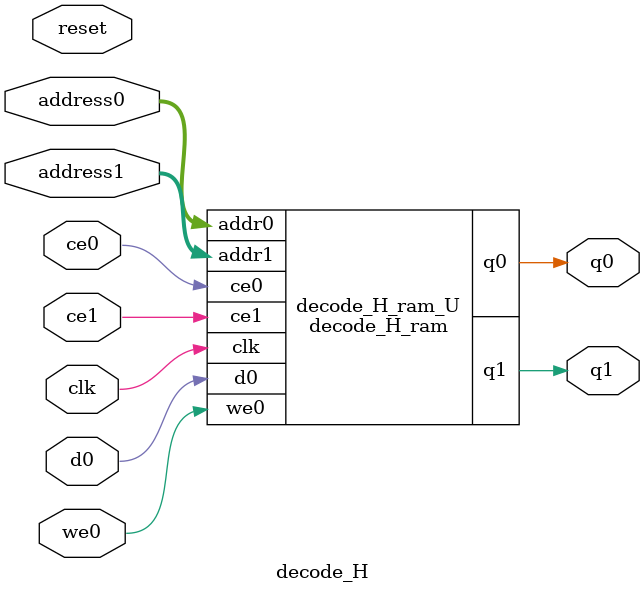
<source format=v>
`timescale 1 ns / 1 ps
module decode_H_ram (addr0, ce0, d0, we0, q0, addr1, ce1, q1,  clk);

parameter DWIDTH = 1;
parameter AWIDTH = 15;
parameter MEM_SIZE = 32768;

input[AWIDTH-1:0] addr0;
input ce0;
input[DWIDTH-1:0] d0;
input we0;
output reg[DWIDTH-1:0] q0;
input[AWIDTH-1:0] addr1;
input ce1;
output reg[DWIDTH-1:0] q1;
input clk;

(* ram_style = "block" *)reg [DWIDTH-1:0] ram[0:MEM_SIZE-1];




always @(posedge clk)  
begin 
    if (ce0) begin
        if (we0) 
            ram[addr0] <= d0; 
        q0 <= ram[addr0];
    end
end


always @(posedge clk)  
begin 
    if (ce1) begin
        q1 <= ram[addr1];
    end
end


endmodule

`timescale 1 ns / 1 ps
module decode_H(
    reset,
    clk,
    address0,
    ce0,
    we0,
    d0,
    q0,
    address1,
    ce1,
    q1);

parameter DataWidth = 32'd1;
parameter AddressRange = 32'd32768;
parameter AddressWidth = 32'd15;
input reset;
input clk;
input[AddressWidth - 1:0] address0;
input ce0;
input we0;
input[DataWidth - 1:0] d0;
output[DataWidth - 1:0] q0;
input[AddressWidth - 1:0] address1;
input ce1;
output[DataWidth - 1:0] q1;



decode_H_ram decode_H_ram_U(
    .clk( clk ),
    .addr0( address0 ),
    .ce0( ce0 ),
    .we0( we0 ),
    .d0( d0 ),
    .q0( q0 ),
    .addr1( address1 ),
    .ce1( ce1 ),
    .q1( q1 ));

endmodule


</source>
